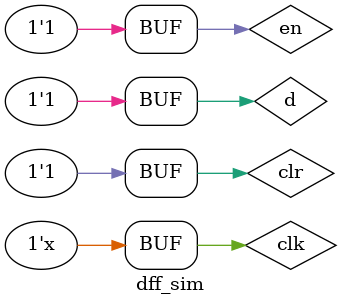
<source format=v>
`timescale 1ns/1ps        

module dff_sim();   

    reg clk;
    reg clr;
    reg en;
    reg d;
    wire q;

   initial    
   begin
        clk = 1'b0;clr = 1'b1;en = 1'b0;d = 1'b0;
		#5 clr = 1'b1;en = 1'b0;d = 1'b0;
		#5 clr = 1'b0;en = 1'b1;d = 1'b1;   
		#5 clr = 1'b0;en = 1'b1;d = 1'b1;
		#5 clr = 1'b0;en = 1'b1;d = 1'b0;
		#5 clr = 1'b0;en = 1'b1;d = 1'b0;
		#5 clr = 1'b0;en = 1'b1;d = 1'b1;
		#5 clr = 1'b0;en = 1'b1;d = 1'b1; 
		#5 clr = 1'b0;en = 1'b0;d = 1'b0;  
		#5 clr = 1'b0;en = 1'b1;d = 1'b1;    
		#5 clr = 1'b1;en = 1'b1;d = 1'b1;                                                                          
   end
   always #5 clk = ~clk;
  
   
   dff u_dff (
        .clk (clk),
        .clr (clr),
        .en  (en ),
        .d   (d  ),
        .q   (q  )
    );
endmodule

</source>
